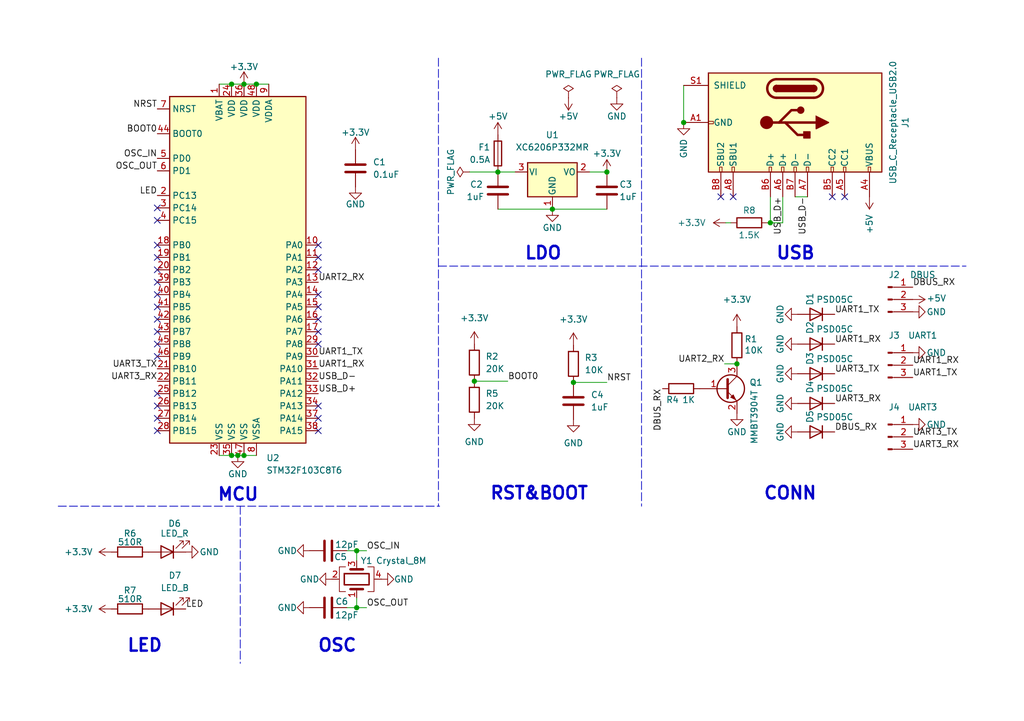
<source format=kicad_sch>
(kicad_sch (version 20211123) (generator eeschema)
  (paper "A5")
  (title_block (title "usb2serial") (date "2022-11-12") (rev "1.0") (company "myaki@GMaster"))
  (lib_symbols
    (symbol "Connector:Conn_01x03_Male" (pin_names (offset 1.016) hide)
      (property "Reference" "J" (at 0 5.08 0))
      (property "Value" "Conn_01x03_Male" (at 0 -5.08 0))
      (symbol "Conn_01x03_Male_1_1"
        (polyline (pts (xy 1.27 -2.54) (xy 0.8636 -2.54)) (stroke (width 0.1524)))
        (polyline (pts (xy 1.27 0) (xy 0.8636 0)) (stroke (width 0.1524)))
        (polyline (pts (xy 1.27 2.54) (xy 0.8636 2.54)) (stroke (width 0.1524)))
        (rectangle (start 0.8636 -2.413) (end 0 -2.667) (stroke (width 0.1524)) (fill (type outline)))
        (rectangle (start 0.8636 0.127) (end 0 -0.127) (stroke (width 0.1524)) (fill (type outline)))
        (rectangle (start 0.8636 2.667) (end 0 2.413) (stroke (width 0.1524)) (fill (type outline)))
        (pin passive line (at 5.08 2.54 180) (length 3.81) (name "Pin_1") (number "1"))
        (pin passive line (at 5.08 0 180) (length 3.81) (name "Pin_2") (number "2"))
        (pin passive line (at 5.08 -2.54 180) (length 3.81) (name "Pin_3") (number "3"))
      )
    )
    (symbol "Connector:USB_C_Receptacle_USB2.0" (pin_names (offset 1.016))
      (property "Reference" "J" (at -10.16 19.05 0))
      (property "Value" "USB_C_Receptacle_USB2.0" (at 19.05 19.05 0))
      (symbol "USB_C_Receptacle_USB2.0_0_0"
        (rectangle (start -0.254 -17.78) (end 0.254 -16.764))
        (rectangle (start 10.16 -14.986) (end 9.144 -15.494))
        (rectangle (start 10.16 -12.446) (end 9.144 -12.954))
        (rectangle (start 10.16 -4.826) (end 9.144 -5.334))
        (rectangle (start 10.16 -2.286) (end 9.144 -2.794))
        (rectangle (start 10.16 0.254) (end 9.144 -0.254))
        (rectangle (start 10.16 2.794) (end 9.144 2.286))
        (rectangle (start 10.16 7.874) (end 9.144 7.366))
        (rectangle (start 10.16 10.414) (end 9.144 9.906))
        (rectangle (start 10.16 15.494) (end 9.144 14.986))
      )
      (symbol "USB_C_Receptacle_USB2.0_0_1"
        (rectangle (start -10.16 17.78) (end 10.16 -17.78) (stroke (width 0.254)) (fill (type background)))
        (arc (start -8.89 -3.81) (mid -6.985 -5.715) (end -5.08 -3.81) (stroke (width 0.508)))
        (arc (start -7.62 -3.81) (mid -6.985 -4.445) (end -6.35 -3.81) (stroke (width 0.254)))
        (arc (start -7.62 -3.81) (mid -6.985 -4.445) (end -6.35 -3.81) (stroke (width 0.254)) (fill (type outline)))
        (rectangle (start -7.62 -3.81) (end -6.35 3.81) (stroke (width 0.254)) (fill (type outline)))
        (arc (start -6.35 3.81) (mid -6.985 4.445) (end -7.62 3.81) (stroke (width 0.254)))
        (arc (start -6.35 3.81) (mid -6.985 4.445) (end -7.62 3.81) (stroke (width 0.254)) (fill (type outline)))
        (arc (start -5.08 3.81) (mid -6.985 5.715) (end -8.89 3.81) (stroke (width 0.508)))
        (circle (center -2.54 1.143) (radius 0.635) (stroke (width 0.254)) (fill (type outline)))
        (circle (center 0 -5.842) (radius 1.27) (fill (type outline)))
        (polyline (pts (xy -8.89 -3.81) (xy -8.89 3.81)) (stroke (width 0.508)))
        (polyline (pts (xy -5.08 3.81) (xy -5.08 -3.81)) (stroke (width 0.508)))
        (polyline (pts (xy 0 -5.842) (xy 0 4.318)) (stroke (width 0.508)))
        (polyline (pts (xy 0 -3.302) (xy -2.54 -0.762) (xy -2.54 0.508)) (stroke (width 0.508)))
        (polyline (pts (xy 0 -2.032) (xy 2.54 0.508) (xy 2.54 1.778)) (stroke (width 0.508)))
        (polyline (pts (xy -1.27 4.318) (xy 0 6.858) (xy 1.27 4.318) (xy -1.27 4.318)) (stroke (width 0.254)) (fill (type outline)))
        (rectangle (start 1.905 1.778) (end 3.175 3.048) (stroke (width 0.254)) (fill (type outline)))
      )
      (symbol "USB_C_Receptacle_USB2.0_1_1"
        (pin passive line (at 0 -22.86 90) (length 5.08) (name "GND") (number "A1"))
        (pin passive line (at 0 -22.86 90) (length 5.08) hide (name "GND") (number "A12"))
        (pin passive line (at 15.24 15.24 180) (length 5.08) (name "VBUS") (number "A4"))
        (pin bidirectional line (at 15.24 10.16 180) (length 5.08) (name "CC1") (number "A5"))
        (pin bidirectional line (at 15.24 -2.54 180) (length 5.08) (name "D+") (number "A6"))
        (pin bidirectional line (at 15.24 2.54 180) (length 5.08) (name "D-") (number "A7"))
        (pin bidirectional line (at 15.24 -12.7 180) (length 5.08) (name "SBU1") (number "A8"))
        (pin passive line (at 15.24 15.24 180) (length 5.08) hide (name "VBUS") (number "A9"))
        (pin passive line (at 0 -22.86 90) (length 5.08) hide (name "GND") (number "B1"))
        (pin passive line (at 0 -22.86 90) (length 5.08) hide (name "GND") (number "B12"))
        (pin passive line (at 15.24 15.24 180) (length 5.08) hide (name "VBUS") (number "B4"))
        (pin bidirectional line (at 15.24 7.62 180) (length 5.08) (name "CC2") (number "B5"))
        (pin bidirectional line (at 15.24 -5.08 180) (length 5.08) (name "D+") (number "B6"))
        (pin bidirectional line (at 15.24 0 180) (length 5.08) (name "D-") (number "B7"))
        (pin bidirectional line (at 15.24 -15.24 180) (length 5.08) (name "SBU2") (number "B8"))
        (pin passive line (at 15.24 15.24 180) (length 5.08) hide (name "VBUS") (number "B9"))
        (pin passive line (at -7.62 -22.86 90) (length 5.08) (name "SHIELD") (number "S1"))
      )
    )
    (symbol "Device:C" (pin_numbers hide) (pin_names (offset 0.254))
      (property "Reference" "C" (at 0.635 2.54 0))
      (property "Value" "C" (at 0.635 -2.54 0))
      (symbol "C_0_1"
        (polyline (pts (xy -2.032 -0.762) (xy 2.032 -0.762)) (stroke (width 0.508)))
        (polyline (pts (xy -2.032 0.762) (xy 2.032 0.762)) (stroke (width 0.508)))
      )
      (symbol "C_1_1"
        (pin passive line (at 0 3.81 270) (length 2.794) (name "~") (number "1"))
        (pin passive line (at 0 -3.81 90) (length 2.794) (name "~") (number "2"))
      )
    )
    (symbol "Device:Crystal_GND24" (pin_names (offset 1.016) hide)
      (property "Reference" "Y" (at 3.175 5.08 0))
      (property "Value" "Crystal_GND24" (at 3.175 3.175 0))
      (symbol "Crystal_GND24_0_1"
        (rectangle (start -1.143 2.54) (end 1.143 -2.54) (stroke (width 0.3048)))
        (polyline (pts (xy -2.54 0) (xy -2.032 0)))
        (polyline (pts (xy -2.032 -1.27) (xy -2.032 1.27)) (stroke (width 0.508)))
        (polyline (pts (xy 0 -3.81) (xy 0 -3.556)))
        (polyline (pts (xy 0 3.556) (xy 0 3.81)))
        (polyline (pts (xy 2.032 -1.27) (xy 2.032 1.27)) (stroke (width 0.508)))
        (polyline (pts (xy 2.032 0) (xy 2.54 0)))
        (polyline (pts (xy -2.54 -2.286) (xy -2.54 -3.556) (xy 2.54 -3.556) (xy 2.54 -2.286)))
        (polyline (pts (xy -2.54 2.286) (xy -2.54 3.556) (xy 2.54 3.556) (xy 2.54 2.286)))
      )
      (symbol "Crystal_GND24_1_1"
        (pin passive line (at -3.81 0 0) (length 1.27) (name "1") (number "1"))
        (pin passive line (at 0 5.08 270) (length 1.27) (name "2") (number "2"))
        (pin passive line (at 3.81 0 180) (length 1.27) (name "3") (number "3"))
        (pin passive line (at 0 -5.08 90) (length 1.27) (name "4") (number "4"))
      )
    )
    (symbol "Device:D" (pin_numbers hide) (pin_names (offset 1.016) hide)
      (property "Reference" "D" (at 0 2.54 0))
      (property "Value" "D" (at 0 -2.54 0))
      (symbol "D_0_1"
        (polyline (pts (xy -1.27 1.27) (xy -1.27 -1.27)) (stroke (width 0.254)))
        (polyline (pts (xy 1.27 0) (xy -1.27 0)))
        (polyline (pts (xy 1.27 1.27) (xy 1.27 -1.27) (xy -1.27 0) (xy 1.27 1.27)) (stroke (width 0.254)))
      )
      (symbol "D_1_1"
        (pin passive line (at -3.81 0 0) (length 2.54) (name "K") (number "1"))
        (pin passive line (at 3.81 0 180) (length 2.54) (name "A") (number "2"))
      )
    )
    (symbol "Device:Fuse" (pin_numbers hide) (pin_names (offset 0))
      (property "Reference" "F" (at 2.032 0 90))
      (property "Value" "Fuse" (at -1.905 0 90))
      (symbol "Fuse_0_1"
        (rectangle (start -0.762 -2.54) (end 0.762 2.54) (stroke (width 0.254)))
        (polyline (pts (xy 0 2.54) (xy 0 -2.54)))
      )
      (symbol "Fuse_1_1"
        (pin passive line (at 0 3.81 270) (length 1.27) (name "~") (number "1"))
        (pin passive line (at 0 -3.81 90) (length 1.27) (name "~") (number "2"))
      )
    )
    (symbol "Device:LED" (pin_numbers hide) (pin_names (offset 1.016) hide)
      (property "Reference" "D" (at 0 2.54 0))
      (property "Value" "LED" (at 0 -2.54 0))
      (symbol "LED_0_1"
        (polyline (pts (xy -1.27 -1.27) (xy -1.27 1.27)) (stroke (width 0.254)))
        (polyline (pts (xy -1.27 0) (xy 1.27 0)))
        (polyline (pts (xy 1.27 -1.27) (xy 1.27 1.27) (xy -1.27 0) (xy 1.27 -1.27)) (stroke (width 0.254)))
        (polyline (pts (xy -3.048 -0.762) (xy -4.572 -2.286) (xy -3.81 -2.286) (xy -4.572 -2.286) (xy -4.572 -1.524)))
        (polyline (pts (xy -1.778 -0.762) (xy -3.302 -2.286) (xy -2.54 -2.286) (xy -3.302 -2.286) (xy -3.302 -1.524)))
      )
      (symbol "LED_1_1"
        (pin passive line (at -3.81 0 0) (length 2.54) (name "K") (number "1"))
        (pin passive line (at 3.81 0 180) (length 2.54) (name "A") (number "2"))
      )
    )
    (symbol "Device:Q_NPN_BEC" (pin_names (offset 0) hide)
      (property "Reference" "Q" (at 5.08 1.27 0))
      (property "Value" "Q_NPN_BEC" (at 5.08 -1.27 0))
      (symbol "Q_NPN_BEC_0_1"
        (polyline (pts (xy 0.635 0.635) (xy 2.54 2.54)))
        (polyline (pts (xy 0.635 -0.635) (xy 2.54 -2.54) (xy 2.54 -2.54)))
        (polyline (pts (xy 0.635 1.905) (xy 0.635 -1.905) (xy 0.635 -1.905)) (stroke (width 0.508)))
        (polyline (pts (xy 1.27 -1.778) (xy 1.778 -1.27) (xy 2.286 -2.286) (xy 1.27 -1.778) (xy 1.27 -1.778)) (fill (type outline)))
        (circle (center 1.27 0) (radius 2.8194) (stroke (width 0.254)))
      )
      (symbol "Q_NPN_BEC_1_1"
        (pin input line (at -5.08 0 0) (length 5.715) (name "B") (number "1"))
        (pin passive line (at 2.54 -5.08 90) (length 2.54) (name "E") (number "2"))
        (pin passive line (at 2.54 5.08 270) (length 2.54) (name "C") (number "3"))
      )
    )
    (symbol "Device:R" (pin_numbers hide) (pin_names (offset 0))
      (property "Reference" "R" (at 2.032 0 90))
      (property "Value" "R" (at 0 0 90))
      (symbol "R_0_1"
        (rectangle (start -1.016 -2.54) (end 1.016 2.54) (stroke (width 0.254)))
      )
      (symbol "R_1_1"
        (pin passive line (at 0 3.81 270) (length 1.27) (name "~") (number "1"))
        (pin passive line (at 0 -3.81 90) (length 1.27) (name "~") (number "2"))
      )
    )
    (symbol "MCU_ST_STM32F1:STM32F103C8Tx"
      (property "Reference" "U" (at -15.24 36.83 0))
      (property "Value" "STM32F103C8Tx" (at 7.62 36.83 0))
      (symbol "STM32F103C8Tx_0_1"
        (rectangle (start -15.24 -35.56) (end 12.7 35.56) (stroke (width 0.254)) (fill (type background)))
      )
      (symbol "STM32F103C8Tx_1_1"
        (pin power_in line (at -5.08 38.1 270) (length 2.54) (name "VBAT") (number "1"))
        (pin bidirectional line (at 15.24 5.08 180) (length 2.54) (name "PA0") (number "10"))
        (pin bidirectional line (at 15.24 2.54 180) (length 2.54) (name "PA1") (number "11"))
        (pin bidirectional line (at 15.24 0 180) (length 2.54) (name "PA2") (number "12"))
        (pin bidirectional line (at 15.24 -2.54 180) (length 2.54) (name "PA3") (number "13"))
        (pin bidirectional line (at 15.24 -5.08 180) (length 2.54) (name "PA4") (number "14"))
        (pin bidirectional line (at 15.24 -7.62 180) (length 2.54) (name "PA5") (number "15"))
        (pin bidirectional line (at 15.24 -10.16 180) (length 2.54) (name "PA6") (number "16"))
        (pin bidirectional line (at 15.24 -12.7 180) (length 2.54) (name "PA7") (number "17"))
        (pin bidirectional line (at -17.78 5.08 0) (length 2.54) (name "PB0") (number "18"))
        (pin bidirectional line (at -17.78 2.54 0) (length 2.54) (name "PB1") (number "19"))
        (pin bidirectional line (at -17.78 15.24 0) (length 2.54) (name "PC13") (number "2"))
        (pin bidirectional line (at -17.78 0 0) (length 2.54) (name "PB2") (number "20"))
        (pin bidirectional line (at -17.78 -20.32 0) (length 2.54) (name "PB10") (number "21"))
        (pin bidirectional line (at -17.78 -22.86 0) (length 2.54) (name "PB11") (number "22"))
        (pin power_in line (at -5.08 -38.1 90) (length 2.54) (name "VSS") (number "23"))
        (pin power_in line (at -2.54 38.1 270) (length 2.54) (name "VDD") (number "24"))
        (pin bidirectional line (at -17.78 -25.4 0) (length 2.54) (name "PB12") (number "25"))
        (pin bidirectional line (at -17.78 -27.94 0) (length 2.54) (name "PB13") (number "26"))
        (pin bidirectional line (at -17.78 -30.48 0) (length 2.54) (name "PB14") (number "27"))
        (pin bidirectional line (at -17.78 -33.02 0) (length 2.54) (name "PB15") (number "28"))
        (pin bidirectional line (at 15.24 -15.24 180) (length 2.54) (name "PA8") (number "29"))
        (pin bidirectional line (at -17.78 12.7 0) (length 2.54) (name "PC14") (number "3"))
        (pin bidirectional line (at 15.24 -17.78 180) (length 2.54) (name "PA9") (number "30"))
        (pin bidirectional line (at 15.24 -20.32 180) (length 2.54) (name "PA10") (number "31"))
        (pin bidirectional line (at 15.24 -22.86 180) (length 2.54) (name "PA11") (number "32"))
        (pin bidirectional line (at 15.24 -25.4 180) (length 2.54) (name "PA12") (number "33"))
        (pin bidirectional line (at 15.24 -27.94 180) (length 2.54) (name "PA13") (number "34"))
        (pin power_in line (at -2.54 -38.1 90) (length 2.54) (name "VSS") (number "35"))
        (pin power_in line (at 0 38.1 270) (length 2.54) (name "VDD") (number "36"))
        (pin bidirectional line (at 15.24 -30.48 180) (length 2.54) (name "PA14") (number "37"))
        (pin bidirectional line (at 15.24 -33.02 180) (length 2.54) (name "PA15") (number "38"))
        (pin bidirectional line (at -17.78 -2.54 0) (length 2.54) (name "PB3") (number "39"))
        (pin bidirectional line (at -17.78 10.16 0) (length 2.54) (name "PC15") (number "4"))
        (pin bidirectional line (at -17.78 -5.08 0) (length 2.54) (name "PB4") (number "40"))
        (pin bidirectional line (at -17.78 -7.62 0) (length 2.54) (name "PB5") (number "41"))
        (pin bidirectional line (at -17.78 -10.16 0) (length 2.54) (name "PB6") (number "42"))
        (pin bidirectional line (at -17.78 -12.7 0) (length 2.54) (name "PB7") (number "43"))
        (pin input line (at -17.78 27.94 0) (length 2.54) (name "BOOT0") (number "44"))
        (pin bidirectional line (at -17.78 -15.24 0) (length 2.54) (name "PB8") (number "45"))
        (pin bidirectional line (at -17.78 -17.78 0) (length 2.54) (name "PB9") (number "46"))
        (pin power_in line (at 0 -38.1 90) (length 2.54) (name "VSS") (number "47"))
        (pin power_in line (at 2.54 38.1 270) (length 2.54) (name "VDD") (number "48"))
        (pin input line (at -17.78 22.86 0) (length 2.54) (name "PD0") (number "5"))
        (pin input line (at -17.78 20.32 0) (length 2.54) (name "PD1") (number "6"))
        (pin input line (at -17.78 33.02 0) (length 2.54) (name "NRST") (number "7"))
        (pin power_in line (at 2.54 -38.1 90) (length 2.54) (name "VSSA") (number "8"))
        (pin power_in line (at 5.08 38.1 270) (length 2.54) (name "VDDA") (number "9"))
      )
    )
    (symbol "Regulator_Linear:XC6206PxxxMR" (pin_names (offset 0.254))
      (property "Reference" "U" (at -3.81 3.175 0))
      (property "Value" "XC6206PxxxMR" (at 0 3.175 0))
      (symbol "XC6206PxxxMR_0_1"
        (rectangle (start -5.08 1.905) (end 5.08 -5.08) (stroke (width 0.254)) (fill (type background)))
      )
      (symbol "XC6206PxxxMR_1_1"
        (pin power_in line (at 0 -7.62 90) (length 2.54) (name "GND") (number "1"))
        (pin power_out line (at 7.62 0 180) (length 2.54) (name "VO") (number "2"))
        (pin power_in line (at -7.62 0 0) (length 2.54) (name "VI") (number "3"))
      )
    )
    (symbol "power:+3.3V" (power) (pin_names (offset 0))
      (property "Value" "+3.3V" (at 0 3.556 0))
      (symbol "+3.3V_0_1"
        (polyline (pts (xy -0.762 1.27) (xy 0 2.54)))
        (polyline (pts (xy 0 0) (xy 0 2.54)))
        (polyline (pts (xy 0 2.54) (xy 0.762 1.27)))
      )
      (symbol "+3.3V_1_1"
        (pin power_in line (at 0 0 90) (length 0) hide (name "+3.3V") (number "1"))
      )
    )
    (symbol "power:+5V" (power) (pin_names (offset 0))
      (property "Value" "+5V" (at 0 3.556 0))
      (symbol "+5V_0_1"
        (polyline (pts (xy -0.762 1.27) (xy 0 2.54)))
        (polyline (pts (xy 0 0) (xy 0 2.54)))
        (polyline (pts (xy 0 2.54) (xy 0.762 1.27)))
      )
      (symbol "+5V_1_1"
        (pin power_in line (at 0 0 90) (length 0) hide (name "+5V") (number "1"))
      )
    )
    (symbol "power:GND" (power) (pin_names (offset 0))
      (property "Value" "GND" (at 0 -3.81 0))
      (symbol "GND_0_1"
        (polyline (pts (xy 0 0) (xy 0 -1.27) (xy 1.27 -1.27) (xy 0 -2.54) (xy -1.27 -1.27) (xy 0 -1.27)))
      )
      (symbol "GND_1_1"
        (pin power_in line (at 0 0 270) (length 0) hide (name "GND") (number "1"))
      )
    )
    (symbol "power:PWR_FLAG" (power) (pin_numbers hide) (pin_names (offset 0) hide)
      (property "Value" "PWR_FLAG" (at 0 3.81 0))
      (symbol "PWR_FLAG_0_0"
        (pin power_out line (at 0 0 90) (length 0) (name "pwr") (number "1"))
      )
      (symbol "PWR_FLAG_0_1"
        (polyline (pts (xy 0 0) (xy 0 1.27) (xy -1.016 1.905) (xy 0 2.54) (xy 1.016 1.905) (xy 0 1.27)))
      )
    )
  )
  (junction (at 124.46 35.306))
  (junction (at 140.208 25.146))
  (junction (at 47.498 93.472))
  (junction (at 102.108 35.306))
  (junction (at 47.498 17.272))
  (junction (at 157.988 45.72))
  (junction (at 52.578 17.272))
  (junction (at 113.284 42.926))
  (junction (at 73.152 124.714))
  (junction (at 97.282 78.232))
  (junction (at 117.602 78.486))
  (junction (at 50.038 93.472))
  (junction (at 48.768 93.472))
  (junction (at 151.13 74.676))
  (junction (at 50.038 17.272))
  (junction (at 73.152 113.03))
  (no_connect (at 32.258 42.672))
  (no_connect (at 32.258 57.912))
  (no_connect (at 65.278 55.372))
  (no_connect (at 32.258 65.532))
  (no_connect (at 65.278 85.852))
  (no_connect (at 32.258 83.312))
  (no_connect (at 32.258 88.392))
  (no_connect (at 65.278 70.612))
  (no_connect (at 32.258 62.992))
  (no_connect (at 65.278 68.072))
  (no_connect (at 32.258 85.852))
  (no_connect (at 65.278 62.992))
  (no_connect (at 65.278 65.532))
  (no_connect (at 170.688 40.386))
  (no_connect (at 32.258 73.152))
  (no_connect (at 32.258 68.072))
  (no_connect (at 32.258 70.612))
  (no_connect (at 173.228 40.386))
  (no_connect (at 32.258 55.372))
  (no_connect (at 32.258 60.452))
  (no_connect (at 65.278 50.292))
  (no_connect (at 65.278 88.392))
  (no_connect (at 32.258 45.212))
  (no_connect (at 32.258 50.292))
  (no_connect (at 65.278 83.312))
  (no_connect (at 32.258 80.772))
  (no_connect (at 65.278 60.452))
  (no_connect (at 150.368 40.386))
  (no_connect (at 147.828 40.386))
  (no_connect (at 65.278 52.832))
  (no_connect (at 32.258 52.832))
  (wire (pts (xy 73.152 124.714) (xy 75.184 124.714)))
  (wire (pts (xy 148.844 45.72) (xy 149.86 45.72)))
  (wire (pts (xy 48.768 93.472) (xy 50.038 93.472)))
  (wire (pts (xy 165.608 40.386) (xy 163.068 40.386)))
  (wire (pts (xy 44.958 17.272) (xy 47.498 17.272)))
  (wire (pts (xy 157.988 40.386) (xy 157.988 45.72)))
  (polyline (pts (xy 49.276 103.886) (xy 49.276 136.144)))
  (wire (pts (xy 52.578 17.272) (xy 55.118 17.272)))
  (wire (pts (xy 47.498 17.272) (xy 50.038 17.272)))
  (wire (pts (xy 73.152 113.03) (xy 75.184 113.03)))
  (wire (pts (xy 117.602 78.486) (xy 124.46 78.486)))
  (wire (pts (xy 96.266 35.306) (xy 102.108 35.306)))
  (wire (pts (xy 73.152 122.682) (xy 73.152 124.714)))
  (wire (pts (xy 120.904 35.306) (xy 124.46 35.306)))
  (wire (pts (xy 71.12 113.03) (xy 73.152 113.03)))
  (wire (pts (xy 73.152 124.714) (xy 71.12 124.714)))
  (wire (pts (xy 113.284 42.926) (xy 124.46 42.926)))
  (wire (pts (xy 44.958 93.472) (xy 47.498 93.472)))
  (wire (pts (xy 148.59 74.676) (xy 151.13 74.676)))
  (wire (pts (xy 47.498 93.472) (xy 48.768 93.472)))
  (wire (pts (xy 102.108 35.306) (xy 105.664 35.306)))
  (polyline (pts (xy 11.938 103.886) (xy 90.17 103.886)))
  (wire (pts (xy 50.038 93.472) (xy 52.578 93.472)))
  (polyline (pts (xy 89.916 11.938) (xy 89.916 103.886)))
  (wire (pts (xy 97.282 78.232) (xy 104.14 78.232)))
  (wire (pts (xy 140.208 17.526) (xy 140.208 25.146)))
  (wire (pts (xy 50.038 17.272) (xy 52.578 17.272)))
  (polyline (pts (xy 89.916 54.61) (xy 198.12 54.61)))
  (wire (pts (xy 157.988 45.72) (xy 157.48 45.72)))
  (wire (pts (xy 73.152 113.03) (xy 73.152 115.062)))
  (wire (pts (xy 160.528 45.72) (xy 157.988 45.72)))
  (polyline (pts (xy 131.572 11.938) (xy 131.572 103.886)))
  (wire (pts (xy 102.108 42.926) (xy 113.284 42.926)))
  (wire (pts (xy 160.528 40.386) (xy 160.528 45.72)))
  (text "LED" (at 25.908 134.112 0) (effects (font (size 2.54 2.54) (thickness 0.508) bold) (justify left bottom)))
  (text "CONN" (at 156.464 102.87 0) (effects (font (size 2.54 2.54) (thickness 0.508) bold) (justify left bottom)))
  (text "RST&BOOT" (at 100.33 102.87 0) (effects (font (size 2.54 2.54) (thickness 0.508) bold) (justify left bottom)))
  (text "USB" (at 159.004 53.594 0) (effects (font (size 2.54 2.54) (thickness 0.508) bold) (justify left bottom)))
  (text "OSC" (at 65.024 134.112 0) (effects (font (size 2.54 2.54) (thickness 0.508) bold) (justify left bottom)))
  (text "LDO" (at 107.442 53.594 0) (effects (font (size 2.54 2.54) (thickness 0.508) bold) (justify left bottom)))
  (text "MCU" (at 44.45 103.124 0) (effects (font (size 2.54 2.54) (thickness 0.508) bold) (justify left bottom)))
  (label "LED" (at 38.1 124.968 0))
  (label "UART1_TX" (at 65.278 73.152 0))
  (label "UART1_TX" (at 187.198 77.47 0))
  (label "USB_D-" (at 165.608 40.386 270))
  (label "UART3_TX" (at 171.196 76.708 0))
  (label "NRST" (at 32.258 22.352 180))
  (label "USB_D+" (at 65.278 80.772 0))
  (label "UART3_TX" (at 32.258 75.692 180))
  (label "UART3_RX" (at 171.196 82.804 0))
  (label "UART1_RX" (at 171.196 70.612 0))
  (label "OSC_IN" (at 75.184 113.03 0))
  (label "LED" (at 32.258 40.132 180))
  (label "BOOT0" (at 32.258 27.432 180))
  (label "DBUS_RX" (at 187.198 58.928 0))
  (label "UART3_RX" (at 32.258 78.232 180))
  (label "UART2_RX" (at 148.59 74.676 180))
  (label "UART3_RX" (at 187.198 92.202 0))
  (label "UART3_TX" (at 187.198 89.662 0))
  (label "OSC_IN" (at 32.258 32.512 180))
  (label "BOOT0" (at 104.14 78.232 0))
  (label "DBUS_RX" (at 171.196 88.646 0))
  (label "USB_D-" (at 65.278 78.232 0))
  (label "NRST" (at 124.46 78.486 0))
  (label "USB_D+" (at 160.528 40.386 270))
  (label "OSC_OUT" (at 32.258 35.052 180))
  (label "UART1_RX" (at 65.278 75.692 0))
  (label "DBUS_RX" (at 135.89 79.756 270))
  (label "UART1_TX" (at 171.196 64.516 0))
  (label "UART2_RX" (at 65.278 57.912 0))
  (label "UART1_RX" (at 187.198 74.93 0))
  (label "OSC_OUT" (at 75.184 124.714 0))
  (symbol (lib_id "Device:R") (at 151.13 70.866 180) (unit 1)
    (property "Reference" "R1" (at 152.654 69.596 0) (effects (justify right)))
    (property "Value" "10K" (at 152.654 71.882 0) (effects (justify right)))
    (property "Footprint" "Resistor_SMD:R_0402_1005Metric" (effects hide))
  )
  (symbol (lib_id "Device:Q_NPN_BEC") (at 148.59 79.756 0) (unit 1)
    (property "Reference" "Q1" (at 153.67 78.4859 0) (effects (justify left)))
    (property "Value" "MMBT3904T" (at 154.686 91.186 90) (effects (justify left)))
    (property "Footprint" "Package_TO_SOT_SMD:SOT-523" (effects hide))
  )
  (symbol (lib_id "Device:Crystal_GND24") (at 73.152 118.872 90) (unit 1)
    (property "Reference" "Y1" (at 75.184 115.062 90))
    (property "Value" "Crystal_8M" (at 82.296 115.062 90))
    (property "Footprint" "Crystal:Crystal_SMD_3225-4Pin_3.2x2.5mm" (effects hide))
  )
  (symbol (lib_id "Connector:Conn_01x03_Male") (at 182.118 74.93 0) (unit 1)
    (property "Reference" "J3" (at 183.388 68.834 0))
    (property "Value" "UART1" (at 189.23 68.834 0))
    (property "Footprint" "Connector_JST:JST_GH_SM03B-GHS-TB_1x03-1MP_P1.25mm_Horizontal" (effects hide))
  )
  (symbol (lib_id "power:+3.3V") (at 22.86 124.968 90) (unit 1)
    (property "Reference" "#PWR033" (effects hide))
    (property "Value" "+3.3V" (at 19.05 124.9679 90) (effects (justify left)))
  )
  (symbol (lib_id "power:GND") (at 48.768 93.472 0) (unit 1)
    (property "Reference" "#PWR026" (effects hide))
    (property "Value" "GND" (at 48.768 97.282 0))
  )
  (symbol (lib_id "Device:C") (at 124.46 39.116 0) (mirror y) (unit 1)
    (property "Reference" "C3" (at 127 37.846 0) (effects (justify right)))
    (property "Value" "1uF" (at 127 40.386 0) (effects (justify right)))
    (property "Footprint" "Capacitor_SMD:C_0402_1005Metric" (effects hide))
  )
  (symbol (lib_id "Device:D") (at 167.386 70.612 180) (unit 1)
    (property "Reference" "D2" (at 166.116 68.58 90) (effects (justify right)))
    (property "Value" "PSD05C" (at 167.386 67.564 0) (effects (justify right)))
    (property "Footprint" "Diode_SMD:D_SOD-323" (effects hide))
  )
  (symbol (lib_id "power:GND") (at 163.576 88.646 270) (unit 1)
    (property "Reference" "#PWR024" (effects hide))
    (property "Value" "GND" (at 160.02 90.678 0) (effects (justify right)))
  )
  (symbol (lib_id "power:GND") (at 117.602 86.106 0) (unit 1)
    (property "Reference" "#PWR023" (effects hide))
    (property "Value" "GND" (at 117.602 90.932 0))
  )
  (symbol (lib_id "Connector:Conn_01x03_Male") (at 182.118 61.468 0) (unit 1)
    (property "Reference" "J2" (at 183.388 56.388 0))
    (property "Value" "DBUS" (at 189.23 56.388 0))
    (property "Footprint" "Connector_PinHeader_2.54mm:PinHeader_1x03_P2.54mm_Horizontal" (effects hide))
  )
  (symbol (lib_id "Device:D") (at 167.386 76.708 180) (unit 1)
    (property "Reference" "D3" (at 166.116 74.93 90) (effects (justify right)))
    (property "Value" "PSD05C" (at 167.386 73.66 0) (effects (justify right)))
    (property "Footprint" "Diode_SMD:D_SOD-323" (effects hide))
  )
  (symbol (lib_id "power:+5V") (at 116.586 20.066 180) (unit 1)
    (property "Reference" "#PWR02" (effects hide))
    (property "Value" "+5V" (at 118.618 23.876 0) (effects (justify left)))
  )
  (symbol (lib_id "Device:D") (at 167.386 64.516 180) (unit 1)
    (property "Reference" "D1" (at 166.116 62.738 90) (effects (justify right)))
    (property "Value" "PSD05C" (at 167.386 61.468 0) (effects (justify right)))
    (property "Footprint" "Diode_SMD:D_SOD-323" (effects hide))
  )
  (symbol (lib_id "Device:C") (at 67.31 124.714 90) (unit 1)
    (property "Reference" "C6" (at 70.104 123.444 90))
    (property "Value" "12pF" (at 71.12 126.238 90))
    (property "Footprint" "Capacitor_SMD:C_0402_1005Metric" (effects hide))
  )
  (symbol (lib_id "Device:Fuse") (at 102.108 31.496 0) (mirror x) (unit 1)
    (property "Reference" "F1" (at 100.584 30.2259 0) (effects (justify right)))
    (property "Value" "0.5A" (at 100.584 32.7659 0) (effects (justify right)))
    (property "Footprint" "Fuse:Fuse_0603_1608Metric" (effects hide))
  )
  (symbol (lib_id "MCU_ST_STM32F1:STM32F103C8Tx") (at 50.038 55.372 0) (unit 1)
    (property "Reference" "U2" (at 54.5974 93.98 0) (effects (justify left)))
    (property "Value" "STM32F103C8T6" (at 54.5974 96.52 0) (effects (justify left)))
    (property "Footprint" "Package_QFP:LQFP-48_7x7mm_P0.5mm" (effects hide))
    (property "Datasheet" "http://www.st.com/st-web-ui/static/active/en/resource/technical/document/datasheet/CD00161566.pdf" (effects hide))
  )
  (symbol (lib_id "Device:R") (at 117.602 74.676 0) (unit 1)
    (property "Reference" "R3" (at 119.888 73.4059 0) (effects (justify left)))
    (property "Value" "10K" (at 119.888 75.9459 0) (effects (justify left)))
    (property "Footprint" "Resistor_SMD:R_0402_1005Metric" (effects hide))
  )
  (symbol (lib_id "Device:LED") (at 34.29 124.968 180) (unit 1)
    (property "Reference" "D7" (at 35.8775 118.11 0))
    (property "Value" "LED_B" (at 35.8775 120.65 0))
    (property "Footprint" "Diode_SMD:D_0402_1005Metric" (effects hide))
  )
  (symbol (lib_id "power:GND") (at 163.576 70.612 270) (unit 1)
    (property "Reference" "#PWR016" (effects hide))
    (property "Value" "GND" (at 160.02 72.644 0) (effects (justify right)))
  )
  (symbol (lib_id "Device:R") (at 97.282 74.422 0) (unit 1)
    (property "Reference" "R2" (at 99.568 73.1519 0) (effects (justify left)))
    (property "Value" "20K" (at 99.568 75.6919 0) (effects (justify left)))
    (property "Footprint" "Resistor_SMD:R_0402_1005Metric" (effects hide))
  )
  (symbol (lib_id "power:+3.3V") (at 148.844 45.72 90) (unit 1)
    (property "Reference" "#PWR0101" (effects hide))
    (property "Value" "+3.3V" (at 144.78 45.7199 90) (effects (justify left)))
  )
  (symbol (lib_id "Device:D") (at 167.386 82.804 180) (unit 1)
    (property "Reference" "D4" (at 166.116 80.772 90) (effects (justify right)))
    (property "Value" "PSD05C" (at 167.386 79.756 0) (effects (justify right)))
    (property "Footprint" "Diode_SMD:D_SOD-323" (effects hide))
  )
  (symbol (lib_id "Regulator_Linear:XC6206PxxxMR") (at 113.284 35.306 0) (unit 1)
    (property "Reference" "U1" (at 113.284 27.686 0))
    (property "Value" "XC6206P332MR" (at 113.284 30.226 0))
    (property "Footprint" "Package_TO_SOT_SMD:SOT-23" (effects hide))
    (property "Datasheet" "https://www.torexsemi.com/file/xc6206/XC6206.pdf" (effects hide))
  )
  (symbol (lib_id "Device:R") (at 26.67 113.284 90) (unit 1)
    (property "Reference" "R6" (at 26.67 109.474 90))
    (property "Value" "510R" (at 26.67 111.252 90))
    (property "Footprint" "Resistor_SMD:R_0402_1005Metric" (effects hide))
  )
  (symbol (lib_id "power:+3.3V") (at 97.282 70.612 0) (unit 1)
    (property "Reference" "#PWR015" (effects hide))
    (property "Value" "+3.3V" (at 97.282 65.278 0))
  )
  (symbol (lib_id "power:+3.3V") (at 151.13 67.056 0) (unit 1)
    (property "Reference" "#PWR014" (effects hide))
    (property "Value" "+3.3V" (at 151.13 61.468 0))
  )
  (symbol (lib_id "power:+3.3V") (at 124.46 35.306 0) (unit 1)
    (property "Reference" "#PWR07" (effects hide))
    (property "Value" "+3.3V" (at 124.46 31.496 0))
  )
  (symbol (lib_id "Device:R") (at 153.67 45.72 90) (unit 1)
    (property "Reference" "R8" (at 153.67 43.18 90))
    (property "Value" "1.5K" (at 153.67 48.26 90))
    (property "Footprint" "Resistor_SMD:R_0402_1005Metric" (effects hide))
  )
  (symbol (lib_id "power:GND") (at 113.284 42.926 0) (unit 1)
    (property "Reference" "#PWR010" (effects hide))
    (property "Value" "GND" (at 113.284 46.736 0))
  )
  (symbol (lib_id "power:+5V") (at 102.108 27.686 0) (unit 1)
    (property "Reference" "#PWR05" (effects hide))
    (property "Value" "+5V" (at 100.076 23.876 0) (effects (justify left)))
  )
  (symbol (lib_id "power:GND") (at 38.1 113.284 90) (unit 1)
    (property "Reference" "#PWR029" (effects hide))
    (property "Value" "GND" (at 40.894 113.284 90) (effects (justify right)))
  )
  (symbol (lib_id "power:GND") (at 187.198 72.39 90) (unit 1)
    (property "Reference" "#PWR019" (effects hide))
    (property "Value" "GND" (at 189.992 72.39 90) (effects (justify right)))
  )
  (symbol (lib_id "power:GND") (at 151.13 84.836 0) (unit 1)
    (property "Reference" "#PWR021" (effects hide))
    (property "Value" "GND" (at 151.13 88.646 0))
  )
  (symbol (lib_id "Device:R") (at 97.282 82.042 0) (unit 1)
    (property "Reference" "R5" (at 99.568 80.7719 0) (effects (justify left)))
    (property "Value" "20K" (at 99.568 83.3119 0) (effects (justify left)))
    (property "Footprint" "Resistor_SMD:R_0402_1005Metric" (effects hide))
  )
  (symbol (lib_id "power:GND") (at 78.232 118.872 90) (unit 1)
    (property "Reference" "#PWR031" (effects hide))
    (property "Value" "GND" (at 80.772 118.872 90) (effects (justify right)))
  )
  (symbol (lib_id "power:+5V") (at 178.308 40.386 180) (unit 1)
    (property "Reference" "#PWR09" (effects hide))
    (property "Value" "+5V" (at 178.308 43.942 90) (effects (justify left)))
  )
  (symbol (lib_id "power:PWR_FLAG") (at 126.492 20.066 0) (unit 1)
    (property "Reference" "#FLG02" (effects hide))
    (property "Value" "PWR_FLAG" (at 126.492 15.24 0))
  )
  (symbol (lib_id "Device:C") (at 102.108 39.116 0) (mirror x) (unit 1)
    (property "Reference" "C2" (at 99.06 37.846 0) (effects (justify right)))
    (property "Value" "1uF" (at 99.314 40.386 0) (effects (justify right)))
    (property "Footprint" "Capacitor_SMD:C_0402_1005Metric" (effects hide))
  )
  (symbol (lib_id "Device:R") (at 26.67 124.968 90) (unit 1)
    (property "Reference" "R7" (at 26.67 121.158 90))
    (property "Value" "510R" (at 26.67 122.936 90))
    (property "Footprint" "Resistor_SMD:R_0402_1005Metric" (effects hide))
  )
  (symbol (lib_id "power:+3.3V") (at 117.602 70.866 0) (unit 1)
    (property "Reference" "#PWR017" (effects hide))
    (property "Value" "+3.3V" (at 117.602 65.532 0))
  )
  (symbol (lib_id "power:PWR_FLAG") (at 116.586 20.066 0) (unit 1)
    (property "Reference" "#FLG01" (effects hide))
    (property "Value" "PWR_FLAG" (at 116.586 15.24 0))
  )
  (symbol (lib_id "power:GND") (at 187.198 87.122 90) (unit 1)
    (property "Reference" "#PWR025" (effects hide))
    (property "Value" "GND" (at 189.992 87.122 90) (effects (justify right)))
  )
  (symbol (lib_id "power:+3.3V") (at 72.898 30.734 0) (unit 1)
    (property "Reference" "#PWR06" (effects hide))
    (property "Value" "+3.3V" (at 72.898 27.178 0))
  )
  (symbol (lib_id "power:GND") (at 163.576 82.804 270) (unit 1)
    (property "Reference" "#PWR020" (effects hide))
    (property "Value" "GND" (at 160.02 84.836 0) (effects (justify right)))
  )
  (symbol (lib_id "power:+3.3V") (at 22.86 113.284 90) (unit 1)
    (property "Reference" "#PWR028" (effects hide))
    (property "Value" "+3.3V" (at 19.05 113.2839 90) (effects (justify left)))
  )
  (symbol (lib_id "power:PWR_FLAG") (at 96.266 35.306 90) (unit 1)
    (property "Reference" "#FLG03" (effects hide))
    (property "Value" "PWR_FLAG" (at 92.456 35.306 0))
  )
  (symbol (lib_id "Device:C") (at 72.898 34.544 0) (unit 1)
    (property "Reference" "C1" (at 76.454 33.2739 0) (effects (justify left)))
    (property "Value" "0.1uF" (at 76.454 35.8139 0) (effects (justify left)))
    (property "Footprint" "Capacitor_SMD:C_0402_1005Metric" (effects hide))
  )
  (symbol (lib_id "Device:LED") (at 34.29 113.284 180) (unit 1)
    (property "Reference" "D6" (at 35.814 107.442 0))
    (property "Value" "LED_R" (at 35.814 109.474 0))
    (property "Footprint" "Diode_SMD:D_0402_1005Metric" (effects hide))
  )
  (symbol (lib_id "Device:D") (at 167.386 88.646 180) (unit 1)
    (property "Reference" "D5" (at 166.116 86.868 90) (effects (justify right)))
    (property "Value" "PSD05C" (at 167.386 85.598 0) (effects (justify right)))
    (property "Footprint" "Diode_SMD:D_SOD-323" (effects hide))
  )
  (symbol (lib_id "power:GND") (at 68.072 118.872 270) (unit 1)
    (property "Reference" "#PWR030" (effects hide))
    (property "Value" "GND" (at 65.532 118.872 90) (effects (justify right)))
  )
  (symbol (lib_id "Device:R") (at 139.7 79.756 90) (unit 1)
    (property "Reference" "R4" (at 137.922 82.042 90))
    (property "Value" "1K" (at 141.224 82.042 90))
    (property "Footprint" "Resistor_SMD:R_0402_1005Metric" (effects hide))
  )
  (symbol (lib_id "power:GND") (at 163.576 64.516 270) (unit 1)
    (property "Reference" "#PWR013" (effects hide))
    (property "Value" "GND" (at 160.02 66.548 0) (effects (justify right)))
  )
  (symbol (lib_id "power:GND") (at 140.208 25.146 0) (unit 1)
    (property "Reference" "#PWR04" (effects hide))
    (property "Value" "GND" (at 140.2081 28.448 90) (effects (justify right)))
  )
  (symbol (lib_id "power:GND") (at 63.5 113.03 270) (unit 1)
    (property "Reference" "#PWR027" (effects hide))
    (property "Value" "GND" (at 60.96 113.03 90) (effects (justify right)))
  )
  (symbol (lib_id "power:GND") (at 72.898 38.354 0) (unit 1)
    (property "Reference" "#PWR08" (effects hide))
    (property "Value" "GND" (at 72.898 41.91 0))
  )
  (symbol (lib_id "power:GND") (at 63.5 124.714 270) (unit 1)
    (property "Reference" "#PWR032" (effects hide))
    (property "Value" "GND" (at 60.96 124.714 90) (effects (justify right)))
  )
  (symbol (lib_id "power:GND") (at 97.282 85.852 0) (unit 1)
    (property "Reference" "#PWR022" (effects hide))
    (property "Value" "GND" (at 97.282 90.678 0))
  )
  (symbol (lib_id "Device:C") (at 117.602 82.296 0) (unit 1)
    (property "Reference" "C4" (at 121.158 81.0259 0) (effects (justify left)))
    (property "Value" "1uF" (at 121.158 83.5659 0) (effects (justify left)))
    (property "Footprint" "Capacitor_SMD:C_0402_1005Metric" (effects hide))
  )
  (symbol (lib_id "power:+3.3V") (at 50.038 17.272 0) (unit 1)
    (property "Reference" "#PWR01" (effects hide))
    (property "Value" "+3.3V" (at 50.038 13.716 0))
  )
  (symbol (lib_id "power:+5V") (at 187.198 61.468 270) (unit 1)
    (property "Reference" "#PWR011" (effects hide))
    (property "Value" "+5V" (at 189.992 61.214 90) (effects (justify left)))
  )
  (symbol (lib_id "power:GND") (at 187.198 64.008 90) (unit 1)
    (property "Reference" "#PWR012" (effects hide))
    (property "Value" "GND" (at 189.992 64.008 90) (effects (justify right)))
  )
  (symbol (lib_id "Connector:Conn_01x03_Male") (at 182.118 89.662 0) (unit 1)
    (property "Reference" "J4" (at 183.388 83.566 0))
    (property "Value" "UART3" (at 189.23 83.566 0))
    (property "Footprint" "Connector_JST:JST_GH_SM03B-GHS-TB_1x03-1MP_P1.25mm_Horizontal" (effects hide))
  )
  (symbol (lib_id "Device:C") (at 67.31 113.03 90) (unit 1)
    (property "Reference" "C5" (at 69.85 114.3 90))
    (property "Value" "12pF" (at 71.12 111.76 90))
    (property "Footprint" "Capacitor_SMD:C_0402_1005Metric" (effects hide))
  )
  (symbol (lib_id "Connector:USB_C_Receptacle_USB2.0") (at 163.068 25.146 270) (unit 1)
    (property "Reference" "J1" (at 185.674 25.146 0))
    (property "Value" "USB_C_Receptacle_USB2.0" (at 183.134 25.146 0))
    (property "Footprint" "Connector_USB:USB_C_Receptacle_Palconn_UTC16-G" (effects hide))
    (property "Datasheet" "https://www.usb.org/sites/default/files/documents/usb_type-c.zip" (effects hide))
  )
  (symbol (lib_id "power:GND") (at 163.576 76.708 270) (unit 1)
    (property "Reference" "#PWR018" (effects hide))
    (property "Value" "GND" (at 160.02 78.74 0) (effects (justify right)))
  )
  (symbol (lib_id "power:GND") (at 126.492 20.066 0) (unit 1)
    (property "Reference" "#PWR03" (effects hide))
    (property "Value" "GND" (at 126.492 23.876 0))
  )
)
</source>
